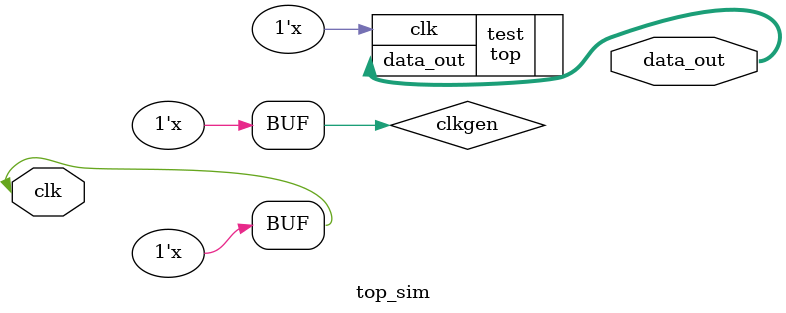
<source format=v>
`timescale 1ns / 1ps


module top_sim(
    input clk,
    output [4:0] data_out
);

reg clkgen = 0;
always clkgen = #50 ~clkgen;
assign clk = clkgen;

top test(
    .clk(clk),
    .data_out(data_out)
);
endmodule

</source>
